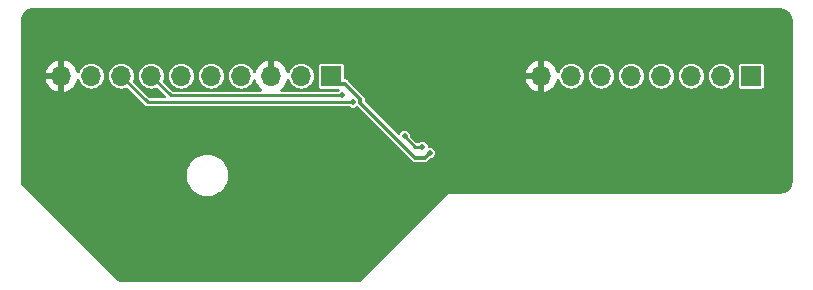
<source format=gbr>
%TF.GenerationSoftware,KiCad,Pcbnew,7.0.10*%
%TF.CreationDate,2024-02-18T18:22:22+01:00*%
%TF.ProjectId,flippy_multisensor,666c6970-7079-45f6-9d75-6c746973656e,rev?*%
%TF.SameCoordinates,Original*%
%TF.FileFunction,Copper,L2,Bot*%
%TF.FilePolarity,Positive*%
%FSLAX46Y46*%
G04 Gerber Fmt 4.6, Leading zero omitted, Abs format (unit mm)*
G04 Created by KiCad (PCBNEW 7.0.10) date 2024-02-18 18:22:22*
%MOMM*%
%LPD*%
G01*
G04 APERTURE LIST*
%TA.AperFunction,ComponentPad*%
%ADD10R,1.700000X1.700000*%
%TD*%
%TA.AperFunction,ComponentPad*%
%ADD11O,1.700000X1.700000*%
%TD*%
%TA.AperFunction,ViaPad*%
%ADD12C,0.800000*%
%TD*%
%TA.AperFunction,ViaPad*%
%ADD13C,0.500000*%
%TD*%
%TA.AperFunction,Conductor*%
%ADD14C,0.250000*%
%TD*%
%TA.AperFunction,Conductor*%
%ADD15C,0.300000*%
%TD*%
G04 APERTURE END LIST*
D10*
%TO.P,J2,1*%
%TO.N,+3.3V*%
X26295000Y-5750000D03*
D11*
%TO.P,J2,2*%
%TO.N,unconnected-(J2-Pad2)*%
X23755000Y-5750000D03*
%TO.P,J2,3*%
%TO.N,GND*%
X21215000Y-5750000D03*
%TO.P,J2,4*%
%TO.N,unconnected-(J2-Pad4)*%
X18675000Y-5750000D03*
%TO.P,J2,5*%
%TO.N,TX UART*%
X16135000Y-5750000D03*
%TO.P,J2,6*%
%TO.N,RX UART*%
X13595000Y-5750000D03*
%TO.P,J2,7*%
%TO.N,SDA*%
X11055000Y-5750000D03*
%TO.P,J2,8*%
%TO.N,SCL*%
X8515000Y-5750000D03*
%TO.P,J2,9*%
%TO.N,unconnected-(J2-Pad9)*%
X5975000Y-5750000D03*
%TO.P,J2,10*%
%TO.N,GND*%
X3435000Y-5750000D03*
%TD*%
D10*
%TO.P,J1,1*%
%TO.N,+5V*%
X61855000Y-5750000D03*
D11*
%TO.P,J1,2*%
%TO.N,unconnected-(J1-Pad2)*%
X59315000Y-5750000D03*
%TO.P,J1,3*%
%TO.N,unconnected-(J1-Pad3)*%
X56775000Y-5750000D03*
%TO.P,J1,4*%
%TO.N,unconnected-(J1-Pad4)*%
X54235000Y-5750000D03*
%TO.P,J1,5*%
%TO.N,unconnected-(J1-Pad5)*%
X51695000Y-5750000D03*
%TO.P,J1,6*%
%TO.N,unconnected-(J1-Pad6)*%
X49155000Y-5750000D03*
%TO.P,J1,7*%
%TO.N,unconnected-(J1-Pad7)*%
X46615000Y-5750000D03*
%TO.P,J1,8*%
%TO.N,GND*%
X44075000Y-5750000D03*
%TD*%
D12*
%TO.N,GND*%
X29500000Y-7250000D03*
D13*
%TO.N,SDA*%
X27213223Y-7382462D03*
%TO.N,SCL*%
X28104570Y-7970685D03*
D12*
%TO.N,GND*%
X44050000Y-13650000D03*
X26300000Y-2150000D03*
X32300000Y-6850000D03*
X26300000Y-13650000D03*
X44050000Y-2150000D03*
D13*
%TO.N,+3.3V*%
X34600000Y-12250000D03*
%TO.N,SCL*%
X34000000Y-11750000D03*
X32500000Y-10850000D03*
%TD*%
D14*
%TO.N,SDA*%
X12687462Y-7382462D02*
X27213223Y-7382462D01*
D15*
%TO.N,+3.3V*%
X28754570Y-8004570D02*
X28754570Y-7701446D01*
D14*
%TO.N,SDA*%
X11055000Y-5750000D02*
X12687462Y-7382462D01*
D15*
%TO.N,+3.3V*%
X33400000Y-12650000D02*
X28754570Y-8004570D01*
D14*
%TO.N,SCL*%
X8515000Y-5750000D02*
X10735685Y-7970685D01*
X10735685Y-7970685D02*
X28104570Y-7970685D01*
D15*
%TO.N,+3.3V*%
X27435587Y-6382463D02*
X26495719Y-6382463D01*
X34600000Y-12250000D02*
X34200000Y-12650000D01*
X34200000Y-12650000D02*
X33400000Y-12650000D01*
X28754570Y-7701446D02*
X27435587Y-6382463D01*
D14*
%TO.N,SCL*%
X34000000Y-11750000D02*
X33400000Y-11750000D01*
X34000000Y-11750000D02*
X34000000Y-11666116D01*
X33400000Y-11750000D02*
X32500000Y-10850000D01*
%TD*%
%TA.AperFunction,Conductor*%
%TO.N,GND*%
G36*
X64350099Y-25500D02*
G01*
X64350099Y-25499D01*
X64351068Y-25500D01*
X64361133Y-25914D01*
X64521949Y-39123D01*
X64544770Y-43173D01*
X64606462Y-60198D01*
X64610187Y-61291D01*
X64701306Y-89645D01*
X64717503Y-95963D01*
X64753859Y-113174D01*
X64783462Y-127188D01*
X64789436Y-130216D01*
X64868392Y-172957D01*
X64880894Y-180720D01*
X64942122Y-223972D01*
X64949543Y-229646D01*
X65017429Y-285750D01*
X65026316Y-293852D01*
X65046886Y-314526D01*
X65079561Y-347365D01*
X65087636Y-356311D01*
X65143381Y-424454D01*
X65149025Y-431912D01*
X65167318Y-458084D01*
X65191975Y-493362D01*
X65199680Y-505913D01*
X65242012Y-585056D01*
X65245010Y-591043D01*
X65275906Y-657157D01*
X65282149Y-673403D01*
X65310028Y-764597D01*
X65311141Y-768460D01*
X65328719Y-833421D01*
X65332377Y-853160D01*
X65345219Y-978388D01*
X65345348Y-979719D01*
X65348982Y-1019363D01*
X65349500Y-1030682D01*
X65349500Y-14668245D01*
X65348772Y-14681666D01*
X65344465Y-14721226D01*
X65344316Y-14722528D01*
X65329072Y-14850007D01*
X65325200Y-14869274D01*
X65306265Y-14935706D01*
X65305126Y-14939472D01*
X65275464Y-15032265D01*
X65269172Y-15048102D01*
X65236834Y-15115574D01*
X65233846Y-15121408D01*
X65189866Y-15201952D01*
X65182232Y-15214184D01*
X65137839Y-15276876D01*
X65132260Y-15284166D01*
X65074944Y-15353584D01*
X65067006Y-15362316D01*
X65012316Y-15417006D01*
X65003584Y-15424944D01*
X64934166Y-15482260D01*
X64926876Y-15487839D01*
X64864184Y-15532232D01*
X64851952Y-15539866D01*
X64771408Y-15583846D01*
X64765574Y-15586834D01*
X64698102Y-15619172D01*
X64682265Y-15625464D01*
X64589472Y-15655126D01*
X64585706Y-15656265D01*
X64519274Y-15675200D01*
X64500006Y-15679072D01*
X64372467Y-15694322D01*
X64371168Y-15694470D01*
X64331678Y-15698770D01*
X64318255Y-15699499D01*
X36274310Y-15699499D01*
X36273605Y-15699361D01*
X36249995Y-15699458D01*
X36249616Y-15699616D01*
X36232413Y-15716819D01*
X36232295Y-15716995D01*
X28836111Y-23113181D01*
X28774788Y-23146666D01*
X28748430Y-23149500D01*
X8351569Y-23149500D01*
X8284530Y-23129815D01*
X8263888Y-23113181D01*
X36819Y-14886111D01*
X3334Y-14824788D01*
X500Y-14798430D01*
X500Y-14281187D01*
X14049500Y-14281187D01*
X14069794Y-14415823D01*
X14088604Y-14540615D01*
X14088605Y-14540617D01*
X14088606Y-14540623D01*
X14165938Y-14791326D01*
X14279767Y-15027696D01*
X14279768Y-15027697D01*
X14279770Y-15027700D01*
X14279772Y-15027704D01*
X14385035Y-15182096D01*
X14427567Y-15244479D01*
X14606014Y-15436801D01*
X14606018Y-15436804D01*
X14606019Y-15436805D01*
X14811143Y-15600386D01*
X15038357Y-15731568D01*
X15282584Y-15827420D01*
X15538370Y-15885802D01*
X15538376Y-15885802D01*
X15538379Y-15885803D01*
X15734484Y-15900499D01*
X15734503Y-15900499D01*
X15734506Y-15900500D01*
X15734508Y-15900500D01*
X15865492Y-15900500D01*
X15865494Y-15900500D01*
X15865496Y-15900499D01*
X15865515Y-15900499D01*
X16061620Y-15885803D01*
X16061622Y-15885802D01*
X16061630Y-15885802D01*
X16317416Y-15827420D01*
X16561643Y-15731568D01*
X16788857Y-15600386D01*
X16993981Y-15436805D01*
X17004987Y-15424944D01*
X17033945Y-15393733D01*
X17172433Y-15244479D01*
X17320228Y-15027704D01*
X17434063Y-14791323D01*
X17511396Y-14540615D01*
X17550500Y-14281182D01*
X17550500Y-14018818D01*
X17511396Y-13759385D01*
X17434063Y-13508677D01*
X17422121Y-13483880D01*
X17320232Y-13272303D01*
X17320231Y-13272302D01*
X17320230Y-13272301D01*
X17320228Y-13272296D01*
X17172433Y-13055521D01*
X17162441Y-13044753D01*
X16993985Y-12863198D01*
X16828241Y-12731022D01*
X16788857Y-12699614D01*
X16561643Y-12568432D01*
X16317416Y-12472580D01*
X16317411Y-12472578D01*
X16317402Y-12472576D01*
X16099818Y-12422914D01*
X16061630Y-12414198D01*
X16061629Y-12414197D01*
X16061625Y-12414197D01*
X16061620Y-12414196D01*
X15865515Y-12399500D01*
X15865494Y-12399500D01*
X15734506Y-12399500D01*
X15734484Y-12399500D01*
X15538379Y-12414196D01*
X15538374Y-12414197D01*
X15282597Y-12472576D01*
X15282578Y-12472582D01*
X15038356Y-12568432D01*
X14811143Y-12699614D01*
X14606014Y-12863198D01*
X14427567Y-13055520D01*
X14279768Y-13272302D01*
X14279767Y-13272303D01*
X14165938Y-13508673D01*
X14088606Y-13759376D01*
X14088605Y-13759381D01*
X14088604Y-13759385D01*
X14073853Y-13857247D01*
X14049500Y-14018812D01*
X14049500Y-14281187D01*
X500Y-14281187D01*
X500Y-6000000D01*
X2104364Y-6000000D01*
X2161567Y-6213486D01*
X2161570Y-6213492D01*
X2261399Y-6427578D01*
X2396894Y-6621082D01*
X2563917Y-6788105D01*
X2757421Y-6923600D01*
X2971507Y-7023429D01*
X2971516Y-7023433D01*
X3185000Y-7080634D01*
X3185000Y-6185501D01*
X3292685Y-6234680D01*
X3399237Y-6250000D01*
X3470763Y-6250000D01*
X3577315Y-6234680D01*
X3685000Y-6185501D01*
X3685000Y-7080633D01*
X3898483Y-7023433D01*
X3898492Y-7023429D01*
X4112578Y-6923600D01*
X4306082Y-6788105D01*
X4473105Y-6621082D01*
X4608600Y-6427578D01*
X4708429Y-6213492D01*
X4708433Y-6213483D01*
X4741158Y-6091350D01*
X4777522Y-6031690D01*
X4840369Y-6001160D01*
X4909745Y-6009454D01*
X4963623Y-6053939D01*
X4979593Y-6087447D01*
X4999768Y-6153954D01*
X5097315Y-6336450D01*
X5097317Y-6336452D01*
X5228589Y-6496410D01*
X5325209Y-6575702D01*
X5388550Y-6627685D01*
X5571046Y-6725232D01*
X5769066Y-6785300D01*
X5769065Y-6785300D01*
X5787529Y-6787118D01*
X5975000Y-6805583D01*
X6180934Y-6785300D01*
X6378954Y-6725232D01*
X6561450Y-6627685D01*
X6721410Y-6496410D01*
X6852685Y-6336450D01*
X6950232Y-6153954D01*
X7010300Y-5955934D01*
X7030583Y-5750000D01*
X7459417Y-5750000D01*
X7479699Y-5955932D01*
X7507810Y-6048601D01*
X7539768Y-6153954D01*
X7637315Y-6336450D01*
X7637317Y-6336452D01*
X7768589Y-6496410D01*
X7865209Y-6575702D01*
X7928550Y-6627685D01*
X8111046Y-6725232D01*
X8309066Y-6785300D01*
X8309065Y-6785300D01*
X8327529Y-6787118D01*
X8515000Y-6805583D01*
X8720934Y-6785300D01*
X8918954Y-6725232D01*
X8918962Y-6725227D01*
X8920850Y-6724446D01*
X8921924Y-6724330D01*
X8924784Y-6723463D01*
X8924948Y-6724004D01*
X8990318Y-6716970D01*
X9052801Y-6748238D01*
X9055995Y-6751321D01*
X10491635Y-8186961D01*
X10498942Y-8194935D01*
X10523226Y-8223875D01*
X10523228Y-8223876D01*
X10523230Y-8223879D01*
X10523232Y-8223880D01*
X10523233Y-8223881D01*
X10555941Y-8242765D01*
X10565064Y-8248577D01*
X10596001Y-8270239D01*
X10596004Y-8270239D01*
X10600861Y-8272505D01*
X10617618Y-8279445D01*
X10622638Y-8281272D01*
X10622640Y-8281273D01*
X10659828Y-8287830D01*
X10670391Y-8290172D01*
X10706878Y-8299949D01*
X10744508Y-8296656D01*
X10755315Y-8296185D01*
X27741376Y-8296185D01*
X27808414Y-8315868D01*
X27915501Y-8384689D01*
X28039795Y-8421184D01*
X28039797Y-8421185D01*
X28039798Y-8421185D01*
X28169343Y-8421185D01*
X28169343Y-8421184D01*
X28293639Y-8384689D01*
X28402619Y-8314652D01*
X28402625Y-8314643D01*
X28404488Y-8313032D01*
X28406738Y-8312004D01*
X28410081Y-8309856D01*
X28410389Y-8310336D01*
X28468042Y-8284003D01*
X28537201Y-8293943D01*
X28573377Y-8319059D01*
X33117362Y-12863044D01*
X33133489Y-12882902D01*
X33138563Y-12890669D01*
X33161469Y-12908497D01*
X33171757Y-12917583D01*
X33172689Y-12918373D01*
X33181258Y-12924490D01*
X33188367Y-12929565D01*
X33192450Y-12932610D01*
X33200914Y-12939198D01*
X33230875Y-12962518D01*
X33237333Y-12966012D01*
X33243934Y-12969240D01*
X33290593Y-12983131D01*
X33295437Y-12984682D01*
X33341512Y-13000500D01*
X33341515Y-13000501D01*
X33348730Y-13001704D01*
X33356044Y-13002616D01*
X33356046Y-13002617D01*
X33356047Y-13002616D01*
X33356048Y-13002617D01*
X33404668Y-13000606D01*
X33409793Y-13000500D01*
X34150789Y-13000500D01*
X34176234Y-13003138D01*
X34185315Y-13005043D01*
X34210673Y-13001881D01*
X34214123Y-13001452D01*
X34227764Y-13000605D01*
X34229026Y-13000500D01*
X34229040Y-13000500D01*
X34237071Y-12999159D01*
X34248014Y-12997334D01*
X34253063Y-12996597D01*
X34301393Y-12990573D01*
X34301399Y-12990569D01*
X34308456Y-12988468D01*
X34315377Y-12986092D01*
X34315381Y-12986092D01*
X34358216Y-12962909D01*
X34362729Y-12960586D01*
X34406484Y-12939198D01*
X34406486Y-12939195D01*
X34412461Y-12934929D01*
X34418256Y-12930419D01*
X34418255Y-12930419D01*
X34418258Y-12930418D01*
X34451255Y-12894572D01*
X34454732Y-12890948D01*
X34614662Y-12731019D01*
X34667401Y-12699727D01*
X34789069Y-12664004D01*
X34898049Y-12593967D01*
X34982882Y-12496063D01*
X35036697Y-12378226D01*
X35055133Y-12250000D01*
X35036697Y-12121774D01*
X34982882Y-12003937D01*
X34898049Y-11906033D01*
X34789069Y-11835996D01*
X34789065Y-11835994D01*
X34789064Y-11835994D01*
X34664774Y-11799500D01*
X34664772Y-11799500D01*
X34569697Y-11799500D01*
X34502658Y-11779815D01*
X34456903Y-11727011D01*
X34446959Y-11693147D01*
X34436697Y-11621774D01*
X34382882Y-11503938D01*
X34382882Y-11503937D01*
X34298049Y-11406033D01*
X34189069Y-11335996D01*
X34189065Y-11335994D01*
X34189064Y-11335994D01*
X34064774Y-11299500D01*
X34064772Y-11299500D01*
X33935228Y-11299500D01*
X33935226Y-11299500D01*
X33810935Y-11335994D01*
X33810932Y-11335995D01*
X33810931Y-11335996D01*
X33703845Y-11404816D01*
X33636806Y-11424500D01*
X33586189Y-11424500D01*
X33519150Y-11404815D01*
X33498508Y-11388181D01*
X32983443Y-10873117D01*
X32949958Y-10811794D01*
X32948388Y-10803095D01*
X32936697Y-10721774D01*
X32882882Y-10603937D01*
X32798049Y-10506033D01*
X32689069Y-10435996D01*
X32689065Y-10435994D01*
X32689064Y-10435994D01*
X32564774Y-10399500D01*
X32564772Y-10399500D01*
X32435228Y-10399500D01*
X32435226Y-10399500D01*
X32310935Y-10435994D01*
X32310932Y-10435995D01*
X32310931Y-10435996D01*
X32259677Y-10468934D01*
X32201950Y-10506033D01*
X32117118Y-10603937D01*
X32117116Y-10603940D01*
X32107443Y-10625120D01*
X32061687Y-10677923D01*
X31994647Y-10697606D01*
X31927608Y-10677920D01*
X31906969Y-10661287D01*
X29141389Y-7895707D01*
X29107904Y-7834384D01*
X29105070Y-7808026D01*
X29105070Y-7750657D01*
X29107709Y-7725210D01*
X29109613Y-7716131D01*
X29106022Y-7687323D01*
X29105174Y-7673671D01*
X29105070Y-7672417D01*
X29105070Y-7672406D01*
X29101899Y-7653412D01*
X29101164Y-7648360D01*
X29100729Y-7644869D01*
X29095143Y-7600054D01*
X29095139Y-7600047D01*
X29093045Y-7593012D01*
X29090662Y-7586068D01*
X29090662Y-7586065D01*
X29067490Y-7543248D01*
X29065146Y-7538693D01*
X29043768Y-7494962D01*
X29039505Y-7488992D01*
X29034987Y-7483187D01*
X28999157Y-7450203D01*
X28995460Y-7446655D01*
X27718224Y-6169418D01*
X27702098Y-6149561D01*
X27697024Y-6141794D01*
X27674111Y-6123960D01*
X27663835Y-6114885D01*
X27662896Y-6114090D01*
X27662894Y-6114088D01*
X27647238Y-6102910D01*
X27643131Y-6099848D01*
X27627199Y-6087448D01*
X27604713Y-6069946D01*
X27604711Y-6069945D01*
X27598227Y-6066436D01*
X27591654Y-6063222D01*
X27544996Y-6049331D01*
X27540119Y-6047769D01*
X27494071Y-6031961D01*
X27486874Y-6030760D01*
X27479537Y-6029845D01*
X27474625Y-6030049D01*
X27406829Y-6013152D01*
X27394445Y-6000000D01*
X42744364Y-6000000D01*
X42801567Y-6213486D01*
X42801570Y-6213492D01*
X42901399Y-6427578D01*
X43036894Y-6621082D01*
X43203917Y-6788105D01*
X43397421Y-6923600D01*
X43611507Y-7023429D01*
X43611516Y-7023433D01*
X43825000Y-7080634D01*
X43825000Y-6185501D01*
X43932685Y-6234680D01*
X44039237Y-6250000D01*
X44110763Y-6250000D01*
X44217315Y-6234680D01*
X44325000Y-6185501D01*
X44325000Y-7080633D01*
X44538483Y-7023433D01*
X44538492Y-7023429D01*
X44752578Y-6923600D01*
X44946082Y-6788105D01*
X45113105Y-6621082D01*
X45248600Y-6427578D01*
X45348429Y-6213492D01*
X45348433Y-6213483D01*
X45381158Y-6091350D01*
X45417522Y-6031690D01*
X45480369Y-6001160D01*
X45549745Y-6009454D01*
X45603623Y-6053939D01*
X45619593Y-6087447D01*
X45639768Y-6153954D01*
X45737315Y-6336450D01*
X45737317Y-6336452D01*
X45868589Y-6496410D01*
X45965209Y-6575702D01*
X46028550Y-6627685D01*
X46211046Y-6725232D01*
X46409066Y-6785300D01*
X46409065Y-6785300D01*
X46427529Y-6787118D01*
X46615000Y-6805583D01*
X46820934Y-6785300D01*
X47018954Y-6725232D01*
X47201450Y-6627685D01*
X47361410Y-6496410D01*
X47492685Y-6336450D01*
X47590232Y-6153954D01*
X47650300Y-5955934D01*
X47670583Y-5750000D01*
X48099417Y-5750000D01*
X48119699Y-5955932D01*
X48147810Y-6048601D01*
X48179768Y-6153954D01*
X48277315Y-6336450D01*
X48277317Y-6336452D01*
X48408589Y-6496410D01*
X48505209Y-6575702D01*
X48568550Y-6627685D01*
X48751046Y-6725232D01*
X48949066Y-6785300D01*
X48949065Y-6785300D01*
X48967529Y-6787118D01*
X49155000Y-6805583D01*
X49360934Y-6785300D01*
X49558954Y-6725232D01*
X49741450Y-6627685D01*
X49901410Y-6496410D01*
X50032685Y-6336450D01*
X50130232Y-6153954D01*
X50190300Y-5955934D01*
X50210583Y-5750000D01*
X50639417Y-5750000D01*
X50659699Y-5955932D01*
X50687810Y-6048601D01*
X50719768Y-6153954D01*
X50817315Y-6336450D01*
X50817317Y-6336452D01*
X50948589Y-6496410D01*
X51045209Y-6575702D01*
X51108550Y-6627685D01*
X51291046Y-6725232D01*
X51489066Y-6785300D01*
X51489065Y-6785300D01*
X51507529Y-6787118D01*
X51695000Y-6805583D01*
X51900934Y-6785300D01*
X52098954Y-6725232D01*
X52281450Y-6627685D01*
X52441410Y-6496410D01*
X52572685Y-6336450D01*
X52670232Y-6153954D01*
X52730300Y-5955934D01*
X52750583Y-5750000D01*
X53179417Y-5750000D01*
X53199699Y-5955932D01*
X53227810Y-6048601D01*
X53259768Y-6153954D01*
X53357315Y-6336450D01*
X53357317Y-6336452D01*
X53488589Y-6496410D01*
X53585209Y-6575702D01*
X53648550Y-6627685D01*
X53831046Y-6725232D01*
X54029066Y-6785300D01*
X54029065Y-6785300D01*
X54047529Y-6787118D01*
X54235000Y-6805583D01*
X54440934Y-6785300D01*
X54638954Y-6725232D01*
X54821450Y-6627685D01*
X54981410Y-6496410D01*
X55112685Y-6336450D01*
X55210232Y-6153954D01*
X55270300Y-5955934D01*
X55290583Y-5750000D01*
X55719417Y-5750000D01*
X55739699Y-5955932D01*
X55767810Y-6048601D01*
X55799768Y-6153954D01*
X55897315Y-6336450D01*
X55897317Y-6336452D01*
X56028589Y-6496410D01*
X56125209Y-6575702D01*
X56188550Y-6627685D01*
X56371046Y-6725232D01*
X56569066Y-6785300D01*
X56569065Y-6785300D01*
X56587529Y-6787118D01*
X56775000Y-6805583D01*
X56980934Y-6785300D01*
X57178954Y-6725232D01*
X57361450Y-6627685D01*
X57521410Y-6496410D01*
X57652685Y-6336450D01*
X57750232Y-6153954D01*
X57810300Y-5955934D01*
X57830583Y-5750000D01*
X58259417Y-5750000D01*
X58279699Y-5955932D01*
X58307810Y-6048601D01*
X58339768Y-6153954D01*
X58437315Y-6336450D01*
X58437317Y-6336452D01*
X58568589Y-6496410D01*
X58665209Y-6575702D01*
X58728550Y-6627685D01*
X58911046Y-6725232D01*
X59109066Y-6785300D01*
X59109065Y-6785300D01*
X59127529Y-6787118D01*
X59315000Y-6805583D01*
X59520934Y-6785300D01*
X59718954Y-6725232D01*
X59901450Y-6627685D01*
X59911116Y-6619752D01*
X60804500Y-6619752D01*
X60816131Y-6678229D01*
X60816132Y-6678230D01*
X60860447Y-6744552D01*
X60926769Y-6788867D01*
X60926770Y-6788868D01*
X60985247Y-6800499D01*
X60985250Y-6800500D01*
X60985252Y-6800500D01*
X62724750Y-6800500D01*
X62724751Y-6800499D01*
X62739568Y-6797552D01*
X62783229Y-6788868D01*
X62783229Y-6788867D01*
X62783231Y-6788867D01*
X62849552Y-6744552D01*
X62893867Y-6678231D01*
X62893867Y-6678229D01*
X62893868Y-6678229D01*
X62903922Y-6627682D01*
X62905500Y-6619748D01*
X62905500Y-4880252D01*
X62905500Y-4880249D01*
X62905499Y-4880247D01*
X62893868Y-4821770D01*
X62893867Y-4821769D01*
X62849552Y-4755447D01*
X62783230Y-4711132D01*
X62783229Y-4711131D01*
X62724752Y-4699500D01*
X62724748Y-4699500D01*
X60985252Y-4699500D01*
X60985247Y-4699500D01*
X60926770Y-4711131D01*
X60926769Y-4711132D01*
X60860447Y-4755447D01*
X60816132Y-4821769D01*
X60816131Y-4821770D01*
X60804500Y-4880247D01*
X60804500Y-6619752D01*
X59911116Y-6619752D01*
X60061410Y-6496410D01*
X60192685Y-6336450D01*
X60290232Y-6153954D01*
X60350300Y-5955934D01*
X60370583Y-5750000D01*
X60350300Y-5544066D01*
X60290232Y-5346046D01*
X60192685Y-5163550D01*
X60117897Y-5072420D01*
X60061410Y-5003589D01*
X59911121Y-4880252D01*
X59901450Y-4872315D01*
X59718954Y-4774768D01*
X59520934Y-4714700D01*
X59520932Y-4714699D01*
X59520934Y-4714699D01*
X59315000Y-4694417D01*
X59109067Y-4714699D01*
X58911043Y-4774769D01*
X58823114Y-4821769D01*
X58728550Y-4872315D01*
X58728548Y-4872316D01*
X58728547Y-4872317D01*
X58568589Y-5003589D01*
X58437317Y-5163547D01*
X58339769Y-5346043D01*
X58279699Y-5544067D01*
X58259417Y-5750000D01*
X57830583Y-5750000D01*
X57810300Y-5544066D01*
X57750232Y-5346046D01*
X57652685Y-5163550D01*
X57577897Y-5072420D01*
X57521410Y-5003589D01*
X57371121Y-4880252D01*
X57361450Y-4872315D01*
X57178954Y-4774768D01*
X56980934Y-4714700D01*
X56980932Y-4714699D01*
X56980934Y-4714699D01*
X56775000Y-4694417D01*
X56569067Y-4714699D01*
X56371043Y-4774769D01*
X56283114Y-4821769D01*
X56188550Y-4872315D01*
X56188548Y-4872316D01*
X56188547Y-4872317D01*
X56028589Y-5003589D01*
X55897317Y-5163547D01*
X55799769Y-5346043D01*
X55739699Y-5544067D01*
X55719417Y-5750000D01*
X55290583Y-5750000D01*
X55270300Y-5544066D01*
X55210232Y-5346046D01*
X55112685Y-5163550D01*
X55037897Y-5072420D01*
X54981410Y-5003589D01*
X54831121Y-4880252D01*
X54821450Y-4872315D01*
X54638954Y-4774768D01*
X54440934Y-4714700D01*
X54440932Y-4714699D01*
X54440934Y-4714699D01*
X54235000Y-4694417D01*
X54029067Y-4714699D01*
X53831043Y-4774769D01*
X53743114Y-4821769D01*
X53648550Y-4872315D01*
X53648548Y-4872316D01*
X53648547Y-4872317D01*
X53488589Y-5003589D01*
X53357317Y-5163547D01*
X53259769Y-5346043D01*
X53199699Y-5544067D01*
X53179417Y-5750000D01*
X52750583Y-5750000D01*
X52730300Y-5544066D01*
X52670232Y-5346046D01*
X52572685Y-5163550D01*
X52497897Y-5072420D01*
X52441410Y-5003589D01*
X52291121Y-4880252D01*
X52281450Y-4872315D01*
X52098954Y-4774768D01*
X51900934Y-4714700D01*
X51900932Y-4714699D01*
X51900934Y-4714699D01*
X51695000Y-4694417D01*
X51489067Y-4714699D01*
X51291043Y-4774769D01*
X51203114Y-4821769D01*
X51108550Y-4872315D01*
X51108548Y-4872316D01*
X51108547Y-4872317D01*
X50948589Y-5003589D01*
X50817317Y-5163547D01*
X50719769Y-5346043D01*
X50659699Y-5544067D01*
X50639417Y-5750000D01*
X50210583Y-5750000D01*
X50190300Y-5544066D01*
X50130232Y-5346046D01*
X50032685Y-5163550D01*
X49957897Y-5072420D01*
X49901410Y-5003589D01*
X49751121Y-4880252D01*
X49741450Y-4872315D01*
X49558954Y-4774768D01*
X49360934Y-4714700D01*
X49360932Y-4714699D01*
X49360934Y-4714699D01*
X49155000Y-4694417D01*
X48949067Y-4714699D01*
X48751043Y-4774769D01*
X48663114Y-4821769D01*
X48568550Y-4872315D01*
X48568548Y-4872316D01*
X48568547Y-4872317D01*
X48408589Y-5003589D01*
X48277317Y-5163547D01*
X48179769Y-5346043D01*
X48119699Y-5544067D01*
X48099417Y-5750000D01*
X47670583Y-5750000D01*
X47650300Y-5544066D01*
X47590232Y-5346046D01*
X47492685Y-5163550D01*
X47417897Y-5072420D01*
X47361410Y-5003589D01*
X47211121Y-4880252D01*
X47201450Y-4872315D01*
X47018954Y-4774768D01*
X46820934Y-4714700D01*
X46820932Y-4714699D01*
X46820934Y-4714699D01*
X46615000Y-4694417D01*
X46409067Y-4714699D01*
X46211043Y-4774769D01*
X46123114Y-4821769D01*
X46028550Y-4872315D01*
X46028548Y-4872316D01*
X46028547Y-4872317D01*
X45868589Y-5003589D01*
X45737317Y-5163547D01*
X45639767Y-5346046D01*
X45619593Y-5412552D01*
X45581296Y-5470990D01*
X45517483Y-5499447D01*
X45448416Y-5488886D01*
X45396023Y-5442661D01*
X45381158Y-5408649D01*
X45348433Y-5286516D01*
X45348429Y-5286507D01*
X45248600Y-5072422D01*
X45248599Y-5072420D01*
X45113113Y-4878926D01*
X45113108Y-4878920D01*
X44946082Y-4711894D01*
X44752578Y-4576399D01*
X44538492Y-4476570D01*
X44538486Y-4476567D01*
X44325000Y-4419364D01*
X44325000Y-5314498D01*
X44217315Y-5265320D01*
X44110763Y-5250000D01*
X44039237Y-5250000D01*
X43932685Y-5265320D01*
X43825000Y-5314498D01*
X43825000Y-4419364D01*
X43824999Y-4419364D01*
X43611513Y-4476567D01*
X43611507Y-4476570D01*
X43397422Y-4576399D01*
X43397420Y-4576400D01*
X43203926Y-4711886D01*
X43203920Y-4711891D01*
X43036891Y-4878920D01*
X43036886Y-4878926D01*
X42901400Y-5072420D01*
X42901399Y-5072422D01*
X42801570Y-5286507D01*
X42801567Y-5286513D01*
X42744364Y-5499999D01*
X42744364Y-5500000D01*
X43641314Y-5500000D01*
X43615507Y-5540156D01*
X43575000Y-5678111D01*
X43575000Y-5821889D01*
X43615507Y-5959844D01*
X43641314Y-6000000D01*
X42744364Y-6000000D01*
X27394445Y-6000000D01*
X27358931Y-5962284D01*
X27345500Y-5906155D01*
X27345500Y-4880249D01*
X27345499Y-4880247D01*
X27333868Y-4821770D01*
X27333867Y-4821769D01*
X27289552Y-4755447D01*
X27223230Y-4711132D01*
X27223229Y-4711131D01*
X27164752Y-4699500D01*
X27164748Y-4699500D01*
X25425252Y-4699500D01*
X25425247Y-4699500D01*
X25366770Y-4711131D01*
X25366769Y-4711132D01*
X25300447Y-4755447D01*
X25256132Y-4821769D01*
X25256131Y-4821770D01*
X25244500Y-4880247D01*
X25244500Y-6619752D01*
X25256131Y-6678229D01*
X25256132Y-6678230D01*
X25300447Y-6744552D01*
X25366769Y-6788867D01*
X25366770Y-6788868D01*
X25425247Y-6800499D01*
X25425250Y-6800500D01*
X26863196Y-6800500D01*
X26930235Y-6820185D01*
X26975990Y-6872989D01*
X26985934Y-6942147D01*
X26956909Y-7005703D01*
X26930236Y-7028815D01*
X26917069Y-7037277D01*
X26850030Y-7056962D01*
X22095395Y-7056962D01*
X22028356Y-7037277D01*
X21982601Y-6984473D01*
X21972657Y-6915315D01*
X22001682Y-6851759D01*
X22024271Y-6831388D01*
X22086078Y-6788109D01*
X22253105Y-6621082D01*
X22388600Y-6427578D01*
X22488429Y-6213492D01*
X22488433Y-6213483D01*
X22521158Y-6091350D01*
X22557522Y-6031690D01*
X22620369Y-6001160D01*
X22689745Y-6009454D01*
X22743623Y-6053939D01*
X22759593Y-6087447D01*
X22779768Y-6153954D01*
X22877315Y-6336450D01*
X22877317Y-6336452D01*
X23008589Y-6496410D01*
X23105209Y-6575702D01*
X23168550Y-6627685D01*
X23351046Y-6725232D01*
X23549066Y-6785300D01*
X23549065Y-6785300D01*
X23567529Y-6787118D01*
X23755000Y-6805583D01*
X23960934Y-6785300D01*
X24158954Y-6725232D01*
X24341450Y-6627685D01*
X24501410Y-6496410D01*
X24632685Y-6336450D01*
X24730232Y-6153954D01*
X24790300Y-5955934D01*
X24810583Y-5750000D01*
X24790300Y-5544066D01*
X24730232Y-5346046D01*
X24632685Y-5163550D01*
X24557897Y-5072420D01*
X24501410Y-5003589D01*
X24351121Y-4880252D01*
X24341450Y-4872315D01*
X24158954Y-4774768D01*
X23960934Y-4714700D01*
X23960932Y-4714699D01*
X23960934Y-4714699D01*
X23755000Y-4694417D01*
X23549067Y-4714699D01*
X23351043Y-4774769D01*
X23263114Y-4821769D01*
X23168550Y-4872315D01*
X23168548Y-4872316D01*
X23168547Y-4872317D01*
X23008589Y-5003589D01*
X22877317Y-5163547D01*
X22779767Y-5346046D01*
X22759593Y-5412552D01*
X22721296Y-5470990D01*
X22657483Y-5499447D01*
X22588416Y-5488886D01*
X22536023Y-5442661D01*
X22521158Y-5408649D01*
X22488433Y-5286516D01*
X22488429Y-5286507D01*
X22388600Y-5072422D01*
X22388599Y-5072420D01*
X22253113Y-4878926D01*
X22253108Y-4878920D01*
X22086082Y-4711894D01*
X21892578Y-4576399D01*
X21678492Y-4476570D01*
X21678486Y-4476567D01*
X21465000Y-4419364D01*
X21465000Y-5314498D01*
X21357315Y-5265320D01*
X21250763Y-5250000D01*
X21179237Y-5250000D01*
X21072685Y-5265320D01*
X20965000Y-5314498D01*
X20965000Y-4419364D01*
X20964999Y-4419364D01*
X20751513Y-4476567D01*
X20751507Y-4476570D01*
X20537422Y-4576399D01*
X20537420Y-4576400D01*
X20343926Y-4711886D01*
X20343920Y-4711891D01*
X20176891Y-4878920D01*
X20176886Y-4878926D01*
X20041400Y-5072420D01*
X20041399Y-5072422D01*
X19941570Y-5286507D01*
X19941567Y-5286514D01*
X19908841Y-5408650D01*
X19872476Y-5468310D01*
X19809629Y-5498839D01*
X19740253Y-5490544D01*
X19686375Y-5446059D01*
X19670406Y-5412552D01*
X19650232Y-5346046D01*
X19552685Y-5163550D01*
X19477897Y-5072420D01*
X19421410Y-5003589D01*
X19271121Y-4880252D01*
X19261450Y-4872315D01*
X19078954Y-4774768D01*
X18880934Y-4714700D01*
X18880932Y-4714699D01*
X18880934Y-4714699D01*
X18675000Y-4694417D01*
X18469067Y-4714699D01*
X18271043Y-4774769D01*
X18183114Y-4821769D01*
X18088550Y-4872315D01*
X18088548Y-4872316D01*
X18088547Y-4872317D01*
X17928589Y-5003589D01*
X17797317Y-5163547D01*
X17699769Y-5346043D01*
X17639699Y-5544067D01*
X17619417Y-5750000D01*
X17639699Y-5955932D01*
X17667810Y-6048601D01*
X17699768Y-6153954D01*
X17797315Y-6336450D01*
X17797317Y-6336452D01*
X17928589Y-6496410D01*
X18025209Y-6575702D01*
X18088550Y-6627685D01*
X18271046Y-6725232D01*
X18469066Y-6785300D01*
X18469065Y-6785300D01*
X18487529Y-6787118D01*
X18675000Y-6805583D01*
X18880934Y-6785300D01*
X19078954Y-6725232D01*
X19261450Y-6627685D01*
X19421410Y-6496410D01*
X19552685Y-6336450D01*
X19650232Y-6153954D01*
X19670406Y-6087446D01*
X19708702Y-6029010D01*
X19772514Y-6000553D01*
X19841581Y-6011112D01*
X19893975Y-6057336D01*
X19908841Y-6091349D01*
X19941567Y-6213486D01*
X19941570Y-6213492D01*
X20041399Y-6427578D01*
X20176894Y-6621082D01*
X20343921Y-6788109D01*
X20405729Y-6831388D01*
X20449354Y-6885965D01*
X20456546Y-6955463D01*
X20425024Y-7017818D01*
X20364794Y-7053231D01*
X20334605Y-7056962D01*
X12873650Y-7056962D01*
X12806611Y-7037277D01*
X12785969Y-7020643D01*
X12056321Y-6290995D01*
X12022836Y-6229672D01*
X12027820Y-6159980D01*
X12029446Y-6155850D01*
X12030227Y-6153962D01*
X12030232Y-6153954D01*
X12090300Y-5955934D01*
X12110583Y-5750000D01*
X12539417Y-5750000D01*
X12559699Y-5955932D01*
X12587810Y-6048601D01*
X12619768Y-6153954D01*
X12717315Y-6336450D01*
X12717317Y-6336452D01*
X12848589Y-6496410D01*
X12945209Y-6575702D01*
X13008550Y-6627685D01*
X13191046Y-6725232D01*
X13389066Y-6785300D01*
X13389065Y-6785300D01*
X13407529Y-6787118D01*
X13595000Y-6805583D01*
X13800934Y-6785300D01*
X13998954Y-6725232D01*
X14181450Y-6627685D01*
X14341410Y-6496410D01*
X14472685Y-6336450D01*
X14570232Y-6153954D01*
X14630300Y-5955934D01*
X14650583Y-5750000D01*
X15079417Y-5750000D01*
X15099699Y-5955932D01*
X15127810Y-6048601D01*
X15159768Y-6153954D01*
X15257315Y-6336450D01*
X15257317Y-6336452D01*
X15388589Y-6496410D01*
X15485209Y-6575702D01*
X15548550Y-6627685D01*
X15731046Y-6725232D01*
X15929066Y-6785300D01*
X15929065Y-6785300D01*
X15947529Y-6787118D01*
X16135000Y-6805583D01*
X16340934Y-6785300D01*
X16538954Y-6725232D01*
X16721450Y-6627685D01*
X16881410Y-6496410D01*
X17012685Y-6336450D01*
X17110232Y-6153954D01*
X17170300Y-5955934D01*
X17190583Y-5750000D01*
X17170300Y-5544066D01*
X17110232Y-5346046D01*
X17012685Y-5163550D01*
X16937897Y-5072420D01*
X16881410Y-5003589D01*
X16731121Y-4880252D01*
X16721450Y-4872315D01*
X16538954Y-4774768D01*
X16340934Y-4714700D01*
X16340932Y-4714699D01*
X16340934Y-4714699D01*
X16135000Y-4694417D01*
X15929067Y-4714699D01*
X15731043Y-4774769D01*
X15643114Y-4821769D01*
X15548550Y-4872315D01*
X15548548Y-4872316D01*
X15548547Y-4872317D01*
X15388589Y-5003589D01*
X15257317Y-5163547D01*
X15159769Y-5346043D01*
X15099699Y-5544067D01*
X15079417Y-5750000D01*
X14650583Y-5750000D01*
X14630300Y-5544066D01*
X14570232Y-5346046D01*
X14472685Y-5163550D01*
X14397897Y-5072420D01*
X14341410Y-5003589D01*
X14191121Y-4880252D01*
X14181450Y-4872315D01*
X13998954Y-4774768D01*
X13800934Y-4714700D01*
X13800932Y-4714699D01*
X13800934Y-4714699D01*
X13595000Y-4694417D01*
X13389067Y-4714699D01*
X13191043Y-4774769D01*
X13103114Y-4821769D01*
X13008550Y-4872315D01*
X13008548Y-4872316D01*
X13008547Y-4872317D01*
X12848589Y-5003589D01*
X12717317Y-5163547D01*
X12619769Y-5346043D01*
X12559699Y-5544067D01*
X12539417Y-5750000D01*
X12110583Y-5750000D01*
X12090300Y-5544066D01*
X12030232Y-5346046D01*
X11932685Y-5163550D01*
X11857897Y-5072420D01*
X11801410Y-5003589D01*
X11651121Y-4880252D01*
X11641450Y-4872315D01*
X11458954Y-4774768D01*
X11260934Y-4714700D01*
X11260932Y-4714699D01*
X11260934Y-4714699D01*
X11055000Y-4694417D01*
X10849067Y-4714699D01*
X10651043Y-4774769D01*
X10563114Y-4821769D01*
X10468550Y-4872315D01*
X10468548Y-4872316D01*
X10468547Y-4872317D01*
X10308589Y-5003589D01*
X10177317Y-5163547D01*
X10079769Y-5346043D01*
X10019699Y-5544067D01*
X9999417Y-5750000D01*
X10019699Y-5955932D01*
X10047810Y-6048601D01*
X10079768Y-6153954D01*
X10177315Y-6336450D01*
X10177317Y-6336452D01*
X10308589Y-6496410D01*
X10405209Y-6575702D01*
X10468550Y-6627685D01*
X10651046Y-6725232D01*
X10849066Y-6785300D01*
X10849065Y-6785300D01*
X10867529Y-6787118D01*
X11055000Y-6805583D01*
X11260934Y-6785300D01*
X11458954Y-6725232D01*
X11458962Y-6725227D01*
X11460850Y-6724446D01*
X11461924Y-6724330D01*
X11464784Y-6723463D01*
X11464948Y-6724004D01*
X11530318Y-6716970D01*
X11592801Y-6748238D01*
X11595995Y-6751321D01*
X12278178Y-7433504D01*
X12311663Y-7494827D01*
X12306679Y-7564519D01*
X12264807Y-7620452D01*
X12199343Y-7644869D01*
X12190497Y-7645185D01*
X10921873Y-7645185D01*
X10854834Y-7625500D01*
X10834192Y-7608866D01*
X9516321Y-6290995D01*
X9482836Y-6229672D01*
X9487820Y-6159980D01*
X9489446Y-6155850D01*
X9490227Y-6153962D01*
X9490232Y-6153954D01*
X9550300Y-5955934D01*
X9570583Y-5750000D01*
X9550300Y-5544066D01*
X9490232Y-5346046D01*
X9392685Y-5163550D01*
X9317897Y-5072420D01*
X9261410Y-5003589D01*
X9111121Y-4880252D01*
X9101450Y-4872315D01*
X8918954Y-4774768D01*
X8720934Y-4714700D01*
X8720932Y-4714699D01*
X8720934Y-4714699D01*
X8515000Y-4694417D01*
X8309067Y-4714699D01*
X8111043Y-4774769D01*
X8023114Y-4821769D01*
X7928550Y-4872315D01*
X7928548Y-4872316D01*
X7928547Y-4872317D01*
X7768589Y-5003589D01*
X7637317Y-5163547D01*
X7539769Y-5346043D01*
X7479699Y-5544067D01*
X7459417Y-5750000D01*
X7030583Y-5750000D01*
X7010300Y-5544066D01*
X6950232Y-5346046D01*
X6852685Y-5163550D01*
X6777897Y-5072420D01*
X6721410Y-5003589D01*
X6571121Y-4880252D01*
X6561450Y-4872315D01*
X6378954Y-4774768D01*
X6180934Y-4714700D01*
X6180932Y-4714699D01*
X6180934Y-4714699D01*
X5975000Y-4694417D01*
X5769067Y-4714699D01*
X5571043Y-4774769D01*
X5483114Y-4821769D01*
X5388550Y-4872315D01*
X5388548Y-4872316D01*
X5388547Y-4872317D01*
X5228589Y-5003589D01*
X5097317Y-5163547D01*
X4999767Y-5346046D01*
X4979593Y-5412552D01*
X4941296Y-5470990D01*
X4877483Y-5499447D01*
X4808416Y-5488886D01*
X4756023Y-5442661D01*
X4741158Y-5408649D01*
X4708433Y-5286516D01*
X4708429Y-5286507D01*
X4608600Y-5072422D01*
X4608599Y-5072420D01*
X4473113Y-4878926D01*
X4473108Y-4878920D01*
X4306082Y-4711894D01*
X4112578Y-4576399D01*
X3898492Y-4476570D01*
X3898486Y-4476567D01*
X3685000Y-4419364D01*
X3685000Y-5314498D01*
X3577315Y-5265320D01*
X3470763Y-5250000D01*
X3399237Y-5250000D01*
X3292685Y-5265320D01*
X3185000Y-5314498D01*
X3185000Y-4419364D01*
X3184999Y-4419364D01*
X2971513Y-4476567D01*
X2971507Y-4476570D01*
X2757422Y-4576399D01*
X2757420Y-4576400D01*
X2563926Y-4711886D01*
X2563920Y-4711891D01*
X2396891Y-4878920D01*
X2396886Y-4878926D01*
X2261400Y-5072420D01*
X2261399Y-5072422D01*
X2161570Y-5286507D01*
X2161567Y-5286513D01*
X2104364Y-5499999D01*
X2104364Y-5500000D01*
X3001314Y-5500000D01*
X2975507Y-5540156D01*
X2935000Y-5678111D01*
X2935000Y-5821889D01*
X2975507Y-5959844D01*
X3001314Y-6000000D01*
X2104364Y-6000000D01*
X500Y-6000000D01*
X500Y-1005412D01*
X972Y-994605D01*
X4415Y-955250D01*
X4540Y-953904D01*
X16918Y-828221D01*
X20540Y-808318D01*
X37908Y-743498D01*
X38956Y-739828D01*
X66685Y-648419D01*
X72948Y-632049D01*
X103700Y-566102D01*
X106670Y-560161D01*
X149012Y-480944D01*
X156786Y-468289D01*
X199639Y-407089D01*
X205330Y-399587D01*
X261191Y-331521D01*
X269325Y-322547D01*
X322547Y-269325D01*
X331521Y-261191D01*
X399587Y-205330D01*
X407089Y-199639D01*
X468289Y-156786D01*
X480944Y-149012D01*
X560161Y-106670D01*
X566102Y-103700D01*
X632049Y-72948D01*
X648419Y-66685D01*
X739828Y-38957D01*
X743516Y-37903D01*
X808314Y-20541D01*
X828221Y-16918D01*
X954065Y-4524D01*
X955097Y-4428D01*
X994584Y-973D01*
X1005429Y-502D01*
X64350099Y-25500D01*
G37*
%TD.AperFunction*%
%TD*%
M02*

</source>
